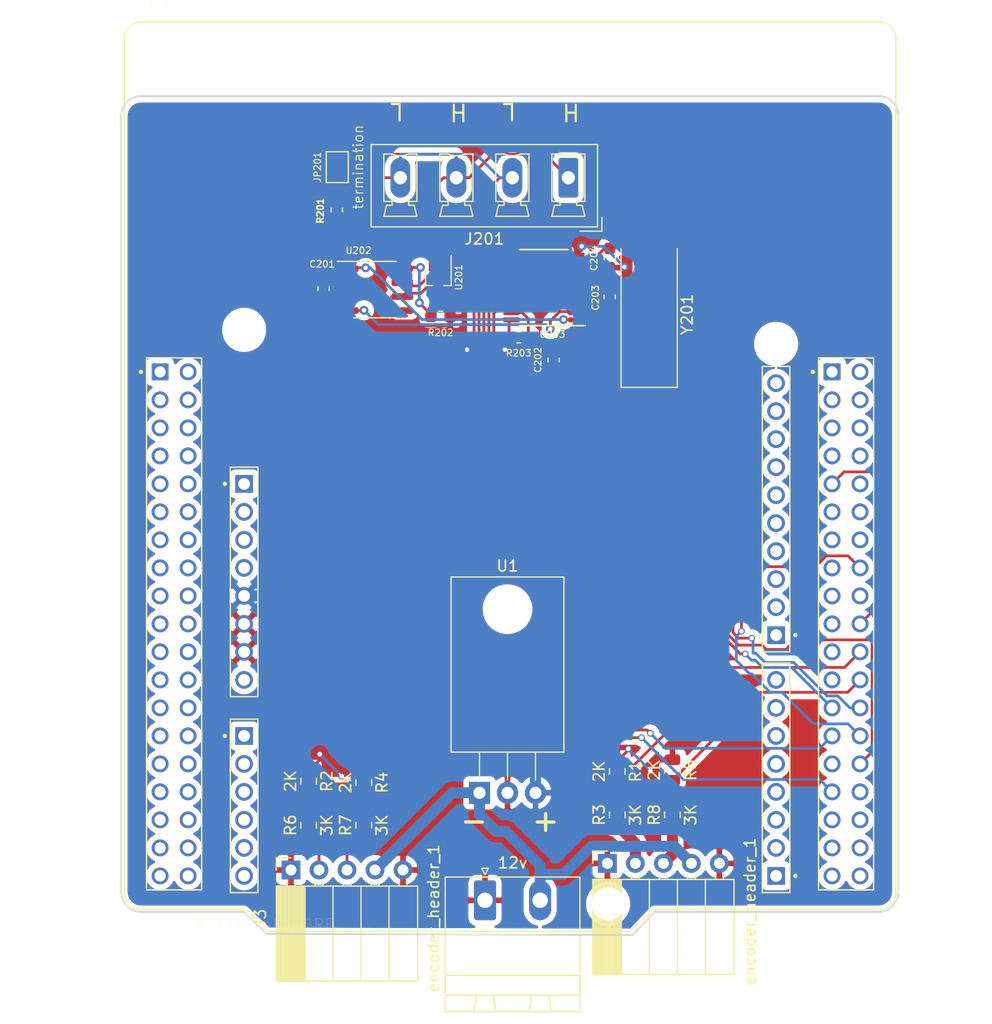
<source format=kicad_pcb>
(kicad_pcb (version 20171130) (host pcbnew 5.1.5+dfsg1-2build2)
  (title_block (date "lun. 30 mars 2015"))
  (layers (0 F.Cu signal) (31 B.Cu signal) (34 B.Paste user) (35 F.Paste user) (36 B.SilkS user) (37 F.SilkS user) (38 B.Mask user) (39 F.Mask user) (44 Edge.Cuts user))
  (net 0 "")
  (net 1 GND)
  (net 2 +12V)
  (net 3 "Net-(J2-Pad3)")
  (net 4 "Net-(J2-Pad2)")
  (net 5 "Net-(J3-Pad3)")
  (net 6 "Net-(J3-Pad2)")
  (net 7 /enc_1_B)
  (net 8 /enc_1_A)
  (net 9 /enc_2_B)
  (net 10 /enc_2_A)
  (net 11 "Net-(U2-PadCN10_1)")
  (net 12 "Net-(U2-PadCN10_37)")
  (net 13 "Net-(U2-PadCN10_2)")
  (net 14 "Net-(U2-PadCN10_3)")
  (net 15 "Net-(U2-PadCN10_4)")
  (net 16 "Net-(U2-PadCN10_5)")
  (net 17 "Net-(U2-PadCN10_6)")
  (net 18 "Net-(U2-PadCN10_7)")
  (net 19 "Net-(U2-PadCN10_8)")
  (net 20 "Net-(U2-PadCN10_20)")
  (net 21 "Net-(U2-PadCN10_11)")
  (net 22 /uart_6_rx)
  (net 23 "Net-(U2-PadCN10_13)")
  (net 24 /uart_6_tx)
  (net 25 "Net-(U2-PadCN10_15)")
  (net 26 "Net-(U2-PadCN10_17)")
  (net 27 "Net-(U2-PadCN10_19)")
  (net 28 "Net-(U2-PadCN10_21)")
  (net 29 "Net-(U2-PadCN10_23)")
  (net 30 "Net-(U2-PadCN10_29)")
  (net 31 "Net-(U2-PadCN10_32)")
  (net 32 "Net-(U2-PadCN10_33)")
  (net 33 "Net-(U2-PadCN10_35)")
  (net 34 "Net-(U2-PadCN6_2)")
  (net 35 "Net-(U2-PadCN6_3)")
  (net 36 "Net-(U2-PadCN6_4)")
  (net 37 +5V)
  (net 38 /driver_enable)
  (net 39 "Net-(U2-PadCN6_8)")
  (net 40 "Net-(C203-Pad2)")
  (net 41 "Net-(C204-Pad2)")
  (net 42 /Sheet607FE928/can_l)
  (net 43 /Sheet607FE928/can_h)
  (net 44 "Net-(JP201-Pad1)")
  (net 45 "Net-(R202-Pad2)")
  (net 46 "Net-(R203-Pad1)")
  (net 47 "Net-(U202-Pad5)")
  (net 48 /Sheet607FE928/can_rx)
  (net 49 /Sheet607FE928/can_tx)
  (net 50 "Net-(U203-Pad15)")
  (net 51 "Net-(U203-Pad12)")
  (net 52 "Net-(U203-Pad11)")
  (net 53 "Net-(U203-Pad7)")
  (net 54 "Net-(U203-Pad6)")
  (net 55 "Net-(U203-Pad5)")
  (net 56 "Net-(U203-Pad4)")
  (net 57 "Net-(U203-Pad3)")
  (net 58 /CAN_CS)
  (net 59 /CAN_INTR)
  (net 60 /SPI2_MOSI)
  (net 61 /SPI2_MISO)
  (net 62 /SPI2_CLK)
  (module Crystal:Crystal_SMD_HC49-SD (layer F.Cu) (at 214.888 71.885 90)
    (fp_text reference Y201 (at -0.085 3.44 90) (layer F.SilkS))
    (fp_text value Crystal)
    (pad 2 smd rect (at 4.25 0 90) (size 4.5 2) (layers F.Cu F.Paste F.Mask) (net 41 "Net-(C204-Pad2)"))
    (pad 1 smd rect (at -4.25 0 90) (size 4.5 2) (layers F.Cu F.Paste F.Mask) (net 40 "Net-(C203-Pad2)"))
  )
  (module Package_SO:TSSOP-20_4.4x6.5mm_P0.65mm (layer F.Cu) (at 205.348 69.535 180)
    (fp_text reference U203 (at -0.76 -4.235) (layer F.SilkS) (effects (font (size 0.6 0.6) (thickness 0.1))))
    (fp_text value MCP2515-xST)
    (pad 20 smd rect (at 2.95 -2.925 180) (size 1.45 0.45) (layers F.Cu F.Paste F.Mask) (net 37 +5V))
    (pad 19 smd rect (at 2.95 -2.275 180) (size 1.45 0.45) (layers F.Cu F.Paste F.Mask) (net 46 "Net-(R203-Pad1)"))
    (pad 18 smd rect (at 2.95 -1.625 180) (size 1.45 0.45) (layers F.Cu F.Paste F.Mask) (net 58 /CAN_CS))
    (pad 17 smd rect (at 2.95 -0.975 180) (size 1.45 0.45) (layers F.Cu F.Paste F.Mask) (net 61 /SPI2_MISO))
    (pad 16 smd rect (at 2.95 -0.325 180) (size 1.45 0.45) (layers F.Cu F.Paste F.Mask) (net 60 /SPI2_MOSI))
    (pad 15 smd rect (at 2.95 0.325 180) (size 1.45 0.45) (layers F.Cu F.Paste F.Mask) (net 50 "Net-(U203-Pad15)"))
    (pad 14 smd rect (at 2.95 0.975 180) (size 1.45 0.45) (layers F.Cu F.Paste F.Mask) (net 62 /SPI2_CLK))
    (pad 13 smd rect (at 2.95 1.625 180) (size 1.45 0.45) (layers F.Cu F.Paste F.Mask) (net 59 /CAN_INTR))
    (pad 12 smd rect (at 2.95 2.275 180) (size 1.45 0.45) (layers F.Cu F.Paste F.Mask) (net 51 "Net-(U203-Pad12)"))
    (pad 11 smd rect (at 2.95 2.925 180) (size 1.45 0.45) (layers F.Cu F.Paste F.Mask) (net 52 "Net-(U203-Pad11)"))
    (pad 10 smd rect (at -2.95 2.925 180) (size 1.45 0.45) (layers F.Cu F.Paste F.Mask) (net 1 GND))
    (pad 9 smd rect (at -2.95 2.275 180) (size 1.45 0.45) (layers F.Cu F.Paste F.Mask) (net 41 "Net-(C204-Pad2)"))
    (pad 8 smd rect (at -2.95 1.625 180) (size 1.45 0.45) (layers F.Cu F.Paste F.Mask) (net 40 "Net-(C203-Pad2)"))
    (pad 7 smd rect (at -2.95 0.975 180) (size 1.45 0.45) (layers F.Cu F.Paste F.Mask) (net 53 "Net-(U203-Pad7)"))
    (pad 6 smd rect (at -2.95 0.325 180) (size 1.45 0.45) (layers F.Cu F.Paste F.Mask) (net 54 "Net-(U203-Pad6)"))
    (pad 5 smd rect (at -2.95 -0.325 180) (size 1.45 0.45) (layers F.Cu F.Paste F.Mask) (net 55 "Net-(U203-Pad5)"))
    (pad 4 smd rect (at -2.95 -0.975 180) (size 1.45 0.45) (layers F.Cu F.Paste F.Mask) (net 56 "Net-(U203-Pad4)"))
    (pad 3 smd rect (at -2.95 -1.625 180) (size 1.45 0.45) (layers F.Cu F.Paste F.Mask) (net 57 "Net-(U203-Pad3)"))
    (pad 2 smd rect (at -2.95 -2.275 180) (size 1.45 0.45) (layers F.Cu F.Paste F.Mask) (net 48 /Sheet607FE928/can_rx))
    (pad 1 smd rect (at -2.95 -2.925 180) (size 1.45 0.45) (layers F.Cu F.Paste F.Mask) (net 49 /Sheet607FE928/can_tx))
  )
  (module Package_SO:SOIC-8_3.9x4.9mm_P1.27mm (layer F.Cu) (at 190.018 69.715)
    (fp_text reference U202 (at -1.5 -3.55) (layer F.SilkS) (effects (font (size 0.6 0.6) (thickness 0.1))))
    (fp_text value MCP2551-I-SN)
    (pad 8 smd roundrect (at 2.475 -1.905) (size 1.95 0.6) (layers F.Cu F.Paste F.Mask) (net 45 "Net-(R202-Pad2)"))
    (pad 7 smd roundrect (at 2.475 -0.635) (size 1.95 0.6) (layers F.Cu F.Paste F.Mask) (net 43 /Sheet607FE928/can_h))
    (pad 6 smd roundrect (at 2.475 0.635) (size 1.95 0.6) (layers F.Cu F.Paste F.Mask) (net 42 /Sheet607FE928/can_l))
    (pad 5 smd roundrect (at 2.475 1.905) (size 1.95 0.6) (layers F.Cu F.Paste F.Mask) (net 47 "Net-(U202-Pad5)"))
    (pad 4 smd roundrect (at -2.475 1.905) (size 1.95 0.6) (layers F.Cu F.Paste F.Mask) (net 48 /Sheet607FE928/can_rx))
    (pad 3 smd roundrect (at -2.475 0.635) (size 1.95 0.6) (layers F.Cu F.Paste F.Mask) (net 37 +5V))
    (pad 2 smd roundrect (at -2.475 -0.635) (size 1.95 0.6) (layers F.Cu F.Paste F.Mask) (net 1 GND))
    (pad 1 smd roundrect (at -2.475 -1.905) (size 1.95 0.6) (layers F.Cu F.Paste F.Mask) (net 49 /Sheet607FE928/can_tx))
  )
  (module Package_TO_SOT_SMD:SOT-323_SC-70_Handsoldering (layer F.Cu) (at 195.768 68.615 270)
    (fp_text reference U201 (at 0 -1.85 90) (layer F.SilkS) (effects (font (size 0.6 0.6) (thickness 0.1))))
    (fp_text value PESD5V0L2UU_esd_diode)
    (pad 3 smd rect (at 1.33 0 180) (size 0.45 1.5) (layers F.Cu F.Paste F.Mask) (net 1 GND))
    (pad 2 smd rect (at -1.33 0.65 180) (size 0.45 1.5) (layers F.Cu F.Paste F.Mask) (net 43 /Sheet607FE928/can_h))
    (pad 1 smd rect (at -1.33 -0.65 180) (size 0.45 1.5) (layers F.Cu F.Paste F.Mask) (net 42 /Sheet607FE928/can_l))
  )
  (module Resistor_SMD:R_0603_1608Metric_Pad1.05x0.95mm_HandSolder (layer F.Cu) (at 203.053 74.04 180)
    (fp_text reference R203 (at 0 -1.43) (layer F.SilkS) (effects (font (size 0.6 0.6) (thickness 0.1))))
    (fp_text value 10K)
    (pad 2 smd roundrect (at 0.875 0 180) (size 1.05 0.95) (layers F.Cu F.Paste F.Mask) (net 37 +5V))
    (pad 1 smd roundrect (at -0.875 0 180) (size 1.05 0.95) (layers F.Cu F.Paste F.Mask) (net 46 "Net-(R203-Pad1)"))
  )
  (module Resistor_SMD:R_0603_1608Metric_Pad1.05x0.95mm_HandSolder (layer F.Cu) (at 195.968 72.19 180)
    (fp_text reference R202 (at 0 -1.43) (layer F.SilkS) (effects (font (size 0.6 0.6) (thickness 0.1))))
    (fp_text value 47K)
    (pad 2 smd roundrect (at 0.875 0 180) (size 1.05 0.95) (layers F.Cu F.Paste F.Mask) (net 45 "Net-(R202-Pad2)"))
    (pad 1 smd roundrect (at -0.875 0 180) (size 1.05 0.95) (layers F.Cu F.Paste F.Mask) (net 1 GND))
  )
  (module Resistor_SMD:R_0603_1608Metric_Pad1.05x0.95mm_HandSolder (layer F.Cu) (at 186.553 62.495 270)
    (fp_text reference R201 (at 0.075 1.5 90) (layer F.SilkS) (effects (font (size 0.6 0.6))))
    (fp_text value 120R)
    (pad 2 smd roundrect (at 0.875 0 270) (size 1.05 0.95) (layers F.Cu F.Paste F.Mask) (net 42 /Sheet607FE928/can_l))
    (pad 1 smd roundrect (at -0.875 0 270) (size 1.05 0.95) (layers F.Cu F.Paste F.Mask) (net 44 "Net-(JP201-Pad1)"))
  )
  (module Jumper:SolderJumper-2_P1.3mm_Open_TrianglePad1.0x1.5mm (layer F.Cu) (at 186.593 58.605 90)
    (fp_text reference JP201 (at 0 -1.8 90) (layer F.SilkS) (effects (font (size 0.6 0.6) (thickness 0.1))))
    (fp_text value termination (at 0 1.9 90) (layer F.SilkS) (effects (font (size 0.9 0.9) (thickness 0.1))))
    (pad 1 smd custom (at -0.725 0 90) (size 0.3 0.3) (layers F.Cu F.Mask) (net 44 "Net-(JP201-Pad1)") (options (clearance outline) (anchor rect)) (primitives (gr_poly (pts (xy -0.5 -0.75) (xy 0.5 -0.75) (xy 1 0) (xy 0.5 0.75) (xy -0.5 0.75)) (width 0))))
    (pad 2 smd custom (at 0.725 0 90) (size 0.3 0.3) (layers F.Cu F.Mask) (net 43 /Sheet607FE928/can_h) (options (clearance outline) (anchor rect)) (primitives (gr_poly (pts (xy -0.65 -0.75) (xy 0.5 -0.75) (xy 0.5 0.75) (xy -0.65 0.75) (xy -0.15 0)) (width 0))))
  )
  (module Connector_Phoenix_MC_HighVoltage:PhoenixContact_MCV_1,5_4-G-5.08_1x04_P5.08mm_Vertical (layer F.Cu) (at 207.558 59.565 180)
    (fp_text reference J201 (at 7.62 -5.55) (layer F.SilkS))
    (fp_text value can)
    (pad 4 thru_hole oval (at 15.24 0 180) (size 1.8 3.6) (drill 1.2) (layers *.Cu *.Mask) (net 42 /Sheet607FE928/can_l))
    (pad 3 thru_hole oval (at 10.16 0 180) (size 1.8 3.6) (drill 1.2) (layers *.Cu *.Mask) (net 43 /Sheet607FE928/can_h))
    (pad 2 thru_hole oval (at 5.08 0 180) (size 1.8 3.6) (drill 1.2) (layers *.Cu *.Mask) (net 42 /Sheet607FE928/can_l))
    (pad 1 thru_hole roundrect (at 0 0 180) (size 1.8 3.6) (drill 1.2) (layers *.Cu *.Mask) (roundrect_rratio 0.138889) (net 43 /Sheet607FE928/can_h))
  )
  (module Capacitor_SMD:C_0603_1608Metric_Pad1.05x0.95mm_HandSolder (layer F.Cu) (at 211.308 66.855 90)
    (fp_text reference C204 (at 0 -1.43 90) (layer F.SilkS) (effects (font (size 0.6 0.6) (thickness 0.1))))
    (fp_text value 2pf)
    (pad 2 smd roundrect (at 0.875 0 90) (size 1.05 0.95) (layers F.Cu F.Paste F.Mask) (net 41 "Net-(C204-Pad2)"))
    (pad 1 smd roundrect (at -0.875 0 90) (size 1.05 0.95) (layers F.Cu F.Paste F.Mask) (net 1 GND))
  )
  (module Capacitor_SMD:C_0603_1608Metric_Pad1.05x0.95mm_HandSolder (layer F.Cu) (at 211.308 70.375 270)
    (fp_text reference C203 (at 0.085 1.29 90) (layer F.SilkS) (effects (font (size 0.6 0.6) (thickness 0.1))))
    (fp_text value 2pf)
    (pad 2 smd roundrect (at 0.875 0 270) (size 1.05 0.95) (layers F.Cu F.Paste F.Mask) (net 40 "Net-(C203-Pad2)"))
    (pad 1 smd roundrect (at -0.875 0 270) (size 1.05 0.95) (layers F.Cu F.Paste F.Mask) (net 1 GND))
  )
  (module Capacitor_SMD:C_0603_1608Metric_Pad1.05x0.95mm_HandSolder (layer F.Cu) (at 206.228 76.105 90)
    (fp_text reference C202 (at 0 -1.43 90) (layer F.SilkS) (effects (font (size 0.6 0.6) (thickness 0.1))))
    (fp_text value 100nf)
    (pad 2 smd roundrect (at 0.875 0 90) (size 1.05 0.95) (layers F.Cu F.Paste F.Mask) (net 1 GND))
    (pad 1 smd roundrect (at -0.875 0 90) (size 1.05 0.95) (layers F.Cu F.Paste F.Mask) (net 37 +5V))
  )
  (module Capacitor_SMD:C_0603_1608Metric_Pad1.05x0.95mm_HandSolder (layer F.Cu) (at 185.353 69.62 90)
    (fp_text reference C201 (at 2.215 -0.14 180) (layer F.SilkS) (effects (font (size 0.6 0.6) (thickness 0.1))))
    (fp_text value 100nf)
    (pad 2 smd roundrect (at 0.875 0 90) (size 1.05 0.95) (layers F.Cu F.Paste F.Mask) (net 1 GND))
    (pad 1 smd roundrect (at -0.875 0 90) (size 1.05 0.95) (layers F.Cu F.Paste F.Mask) (net 37 +5V))
  )
  (module Resistor_SMD:R_0805_2012Metric (layer F.Cu) (at 216.998 117.365 90)
    (fp_text reference R8 (at 0 -1.65 90) (layer F.SilkS))
    (fp_text value 3K (at 0 1.65 90) (layer F.SilkS))
    (pad 2 smd roundrect (at 0.9375 0 90) (size 0.975 1.4) (layers F.Cu F.Paste F.Mask) (net 8 /enc_1_A))
    (pad 1 smd roundrect (at -0.9375 0 90) (size 0.975 1.4) (layers F.Cu F.Paste F.Mask) (net 3 "Net-(J2-Pad3)"))
  )
  (module Resistor_SMD:R_0805_2012Metric (layer F.Cu) (at 188.998 118.3025 90)
    (fp_text reference R7 (at 0 -1.65 90) (layer F.SilkS))
    (fp_text value 3K (at 0 1.65 90) (layer F.SilkS))
    (pad 2 smd roundrect (at 0.9375 0 90) (size 0.975 1.4) (layers F.Cu F.Paste F.Mask) (net 10 /enc_2_A))
    (pad 1 smd roundrect (at -0.9375 0 90) (size 0.975 1.4) (layers F.Cu F.Paste F.Mask) (net 5 "Net-(J3-Pad3)"))
  )
  (module Resistor_SMD:R_0805_2012Metric (layer F.Cu) (at 183.998 118.3025 90)
    (fp_text reference R6 (at 0 -1.65 90) (layer F.SilkS))
    (fp_text value 3K (at 0 1.65 90) (layer F.SilkS))
    (pad 2 smd roundrect (at 0.9375 0 90) (size 0.975 1.4) (layers F.Cu F.Paste F.Mask) (net 9 /enc_2_B))
    (pad 1 smd roundrect (at -0.9375 0 90) (size 0.975 1.4) (layers F.Cu F.Paste F.Mask) (net 6 "Net-(J3-Pad2)"))
  )
  (module Resistor_SMD:R_0805_2012Metric (layer F.Cu) (at 216.998 113.3025 270)
    (fp_text reference R5 (at 0 -1.65 90) (layer F.SilkS))
    (fp_text value 2K (at 0 1.65 90) (layer F.SilkS))
    (pad 2 smd roundrect (at 0.9375 0 270) (size 0.975 1.4) (layers F.Cu F.Paste F.Mask) (net 8 /enc_1_A))
    (pad 1 smd roundrect (at -0.9375 0 270) (size 0.975 1.4) (layers F.Cu F.Paste F.Mask) (net 1 GND))
  )
  (module Resistor_SMD:R_0805_2012Metric (layer F.Cu) (at 188.998 114.4275 270)
    (fp_text reference R4 (at 0 -1.65 90) (layer F.SilkS))
    (fp_text value 2K (at 0 1.65 90) (layer F.SilkS))
    (pad 2 smd roundrect (at 0.9375 0 270) (size 0.975 1.4) (layers F.Cu F.Paste F.Mask) (net 10 /enc_2_A))
    (pad 1 smd roundrect (at -0.9375 0 270) (size 0.975 1.4) (layers F.Cu F.Paste F.Mask) (net 1 GND))
  )
  (module Resistor_SMD:R_0805_2012Metric (layer F.Cu) (at 211.998 117.365 90)
    (fp_text reference R3 (at 0 -1.65 90) (layer F.SilkS))
    (fp_text value 3K (at 0 1.65 90) (layer F.SilkS))
    (pad 2 smd roundrect (at 0.9375 0 90) (size 0.975 1.4) (layers F.Cu F.Paste F.Mask) (net 7 /enc_1_B))
    (pad 1 smd roundrect (at -0.9375 0 90) (size 0.975 1.4) (layers F.Cu F.Paste F.Mask) (net 4 "Net-(J2-Pad2)"))
  )
  (module Resistor_SMD:R_0805_2012Metric (layer F.Cu) (at 183.998 114.3025 270)
    (fp_text reference R2 (at 0 -1.65 90) (layer F.SilkS))
    (fp_text value 2K (at 0 1.65 90) (layer F.SilkS))
    (pad 2 smd roundrect (at 0.9375 0 270) (size 0.975 1.4) (layers F.Cu F.Paste F.Mask) (net 9 /enc_2_B))
    (pad 1 smd roundrect (at -0.9375 0 270) (size 0.975 1.4) (layers F.Cu F.Paste F.Mask) (net 1 GND))
  )
  (module Resistor_SMD:R_0805_2012Metric (layer F.Cu) (at 211.998 113.4275 270)
    (fp_text reference R1 (at 0 -1.65 90) (layer F.SilkS))
    (fp_text value 2K (at 0 1.65 90) (layer F.SilkS))
    (pad 2 smd roundrect (at 0.9375 0 270) (size 0.975 1.4) (layers F.Cu F.Paste F.Mask) (net 7 /enc_1_B))
    (pad 1 smd roundrect (at -0.9375 0 270) (size 0.975 1.4) (layers F.Cu F.Paste F.Mask) (net 1 GND))
  )
  (module Package_TO_SOT_THT:TO-220-3_Horizontal_TabDown (layer F.Cu) (at 199.498 115.365)
    (fp_text reference U1 (at 2.54 -20.58) (layer F.SilkS))
    (fp_text value LM7805_TO220 hide)
    (pad 3 thru_hole oval (at 5.08 0) (size 1.905 2) (drill 1.1) (layers *.Cu *.Mask) (net 37 +5V))
    (pad 2 thru_hole oval (at 2.54 0) (size 1.905 2) (drill 1.1) (layers *.Cu *.Mask) (net 1 GND))
    (pad 1 thru_hole rect (at 0 0) (size 1.905 2) (drill 1.1) (layers *.Cu *.Mask) (net 2 +12V))
    (pad "" np_thru_hole oval (at 2.54 -16.66) (size 3.5 3.5) (drill 3.5) (layers *.Cu *.Mask))
  )
  (module stroom_shield:MODULE_NUCLEO-F446RE (layer F.Cu) (at 202.273001 86.690001)
    (fp_text reference U2 (at -31.825 -42.635) (layer F.SilkS) (effects (font (thickness 0.015))))
    (fp_text value NUCLEO-F446RE (at -22.3 40.635 unlocked) (layer F.SilkS) (effects (font (thickness 0.015))))
    (pad CN7_1 thru_hole rect (at -31.75 -9.51) (size 1.53 1.53) (drill 1.02) (layers *.Cu *.Mask))
    (pad CN7_37 thru_hole circle (at -31.75 36.21) (size 1.53 1.53) (drill 1.02) (layers *.Cu *.Mask))
    (pad CN7_2 thru_hole circle (at -29.21 -9.51) (size 1.53 1.53) (drill 1.02) (layers *.Cu *.Mask))
    (pad CN7_3 thru_hole circle (at -31.75 -6.97) (size 1.53 1.53) (drill 1.02) (layers *.Cu *.Mask))
    (pad CN7_4 thru_hole circle (at -29.21 -6.97) (size 1.53 1.53) (drill 1.02) (layers *.Cu *.Mask))
    (pad CN7_5 thru_hole circle (at -31.75 -4.43) (size 1.53 1.53) (drill 1.02) (layers *.Cu *.Mask))
    (pad CN7_6 thru_hole circle (at -29.21 -4.43) (size 1.53 1.53) (drill 1.02) (layers *.Cu *.Mask))
    (pad CN7_7 thru_hole circle (at -31.75 -1.89) (size 1.53 1.53) (drill 1.02) (layers *.Cu *.Mask))
    (pad CN7_8 thru_hole circle (at -29.21 -1.89) (size 1.53 1.53) (drill 1.02) (layers *.Cu *.Mask))
    (pad CN7_9 thru_hole circle (at -31.75 0.65) (size 1.53 1.53) (drill 1.02) (layers *.Cu *.Mask))
    (pad CN7_10 thru_hole circle (at -29.21 0.65) (size 1.53 1.53) (drill 1.02) (layers *.Cu *.Mask))
    (pad CN7_11 thru_hole circle (at -31.75 3.19) (size 1.53 1.53) (drill 1.02) (layers *.Cu *.Mask))
    (pad CN7_12 thru_hole circle (at -29.21 3.19) (size 1.53 1.53) (drill 1.02) (layers *.Cu *.Mask))
    (pad CN7_13 thru_hole circle (at -31.75 5.73) (size 1.53 1.53) (drill 1.02) (layers *.Cu *.Mask))
    (pad CN7_14 thru_hole circle (at -29.21 5.73) (size 1.53 1.53) (drill 1.02) (layers *.Cu *.Mask))
    (pad CN7_15 thru_hole circle (at -31.75 8.27) (size 1.53 1.53) (drill 1.02) (layers *.Cu *.Mask))
    (pad CN7_16 thru_hole circle (at -29.21 8.27) (size 1.53 1.53) (drill 1.02) (layers *.Cu *.Mask))
    (pad CN7_17 thru_hole circle (at -31.75 10.81) (size 1.53 1.53) (drill 1.02) (layers *.Cu *.Mask))
    (pad CN7_18 thru_hole circle (at -29.21 10.81) (size 1.53 1.53) (drill 1.02) (layers *.Cu *.Mask))
    (pad CN7_19 thru_hole circle (at -31.75 13.35) (size 1.53 1.53) (drill 1.02) (layers *.Cu *.Mask))
    (pad CN7_20 thru_hole circle (at -29.21 13.35) (size 1.53 1.53) (drill 1.02) (layers *.Cu *.Mask))
    (pad CN7_21 thru_hole circle (at -31.75 15.89) (size 1.53 1.53) (drill 1.02) (layers *.Cu *.Mask))
    (pad CN7_22 thru_hole circle (at -29.21 15.89) (size 1.53 1.53) (drill 1.02) (layers *.Cu *.Mask))
    (pad CN7_23 thru_hole circle (at -31.75 18.43) (size 1.53 1.53) (drill 1.02) (layers *.Cu *.Mask))
    (pad CN7_24 thru_hole circle (at -29.21 18.43) (size 1.53 1.53) (drill 1.02) (layers *.Cu *.Mask))
    (pad CN7_25 thru_hole circle (at -31.75 20.97) (size 1.53 1.53) (drill 1.02) (layers *.Cu *.Mask))
    (pad CN7_26 thru_hole circle (at -29.21 20.97) (size 1.53 1.53) (drill 1.02) (layers *.Cu *.Mask))
    (pad CN7_27 thru_hole circle (at -31.75 23.51) (size 1.53 1.53) (drill 1.02) (layers *.Cu *.Mask))
    (pad CN7_28 thru_hole circle (at -29.21 23.51) (size 1.53 1.53) (drill 1.02) (layers *.Cu *.Mask))
    (pad CN7_29 thru_hole circle (at -31.75 26.05) (size 1.53 1.53) (drill 1.02) (layers *.Cu *.Mask))
    (pad CN7_30 thru_hole circle (at -29.21 26.05) (size 1.53 1.53) (drill 1.02) (layers *.Cu *.Mask))
    (pad CN7_31 thru_hole circle (at -31.75 28.59) (size 1.53 1.53) (drill 1.02) (layers *.Cu *.Mask))
    (pad CN7_32 thru_hole circle (at -29.21 28.59) (size 1.53 1.53) (drill 1.02) (layers *.Cu *.Mask))
    (pad CN7_33 thru_hole circle (at -31.75 31.13) (size 1.53 1.53) (drill 1.02) (layers *.Cu *.Mask))
    (pad CN7_34 thru_hole circle (at -29.21 31.13) (size 1.53 1.53) (drill 1.02) (layers *.Cu *.Mask))
    (pad CN7_35 thru_hole circle (at -31.75 33.67) (size 1.53 1.53) (drill 1.02) (layers *.Cu *.Mask))
    (pad CN7_36 thru_hole circle (at -29.21 33.67) (size 1.53 1.53) (drill 1.02) (layers *.Cu *.Mask))
    (pad CN7_38 thru_hole circle (at -29.21 36.21) (size 1.53 1.53) (drill 1.02) (layers *.Cu *.Mask))
    (pad CN10_1 thru_hole rect (at 29.21 -9.51) (size 1.53 1.53) (drill 1.02) (layers *.Cu *.Mask) (net 11 "Net-(U2-PadCN10_1)"))
    (pad CN10_37 thru_hole circle (at 29.21 36.21) (size 1.53 1.53) (drill 1.02) (layers *.Cu *.Mask) (net 12 "Net-(U2-PadCN10_37)"))
    (pad CN10_2 thru_hole circle (at 31.75 -9.51) (size 1.53 1.53) (drill 1.02) (layers *.Cu *.Mask) (net 13 "Net-(U2-PadCN10_2)"))
    (pad CN10_3 thru_hole circle (at 29.21 -6.97) (size 1.53 1.53) (drill 1.02) (layers *.Cu *.Mask) (net 14 "Net-(U2-PadCN10_3)"))
    (pad CN10_4 thru_hole circle (at 31.75 -6.97) (size 1.53 1.53) (drill 1.02) (layers *.Cu *.Mask) (net 15 "Net-(U2-PadCN10_4)"))
    (pad CN10_5 thru_hole circle (at 29.21 -4.43) (size 1.53 1.53) (drill 1.02) (layers *.Cu *.Mask) (net 16 "Net-(U2-PadCN10_5)"))
    (pad CN10_6 thru_hole circle (at 31.75 -4.43) (size 1.53 1.53) (drill 1.02) (layers *.Cu *.Mask) (net 17 "Net-(U2-PadCN10_6)"))
    (pad CN10_7 thru_hole circle (at 29.21 -1.89) (size 1.53 1.53) (drill 1.02) (layers *.Cu *.Mask) (net 18 "Net-(U2-PadCN10_7)"))
    (pad CN10_8 thru_hole circle (at 31.75 -1.89) (size 1.53 1.53) (drill 1.02) (layers *.Cu *.Mask) (net 19 "Net-(U2-PadCN10_8)"))
    (pad CN10_9 thru_hole circle (at 29.21 0.65) (size 1.53 1.53) (drill 1.02) (layers *.Cu *.Mask) (net 20 "Net-(U2-PadCN10_20)"))
    (pad CN10_10 thru_hole circle (at 31.75 0.65) (size 1.53 1.53) (drill 1.02) (layers *.Cu *.Mask))
    (pad CN10_11 thru_hole circle (at 29.21 3.19) (size 1.53 1.53) (drill 1.02) (layers *.Cu *.Mask) (net 21 "Net-(U2-PadCN10_11)"))
    (pad CN10_12 thru_hole circle (at 31.75 3.19) (size 1.53 1.53) (drill 1.02) (layers *.Cu *.Mask) (net 22 /uart_6_rx))
    (pad CN10_13 thru_hole circle (at 29.21 5.73) (size 1.53 1.53) (drill 1.02) (layers *.Cu *.Mask) (net 23 "Net-(U2-PadCN10_13)"))
    (pad CN10_14 thru_hole circle (at 31.75 5.73) (size 1.53 1.53) (drill 1.02) (layers *.Cu *.Mask) (net 24 /uart_6_tx))
    (pad CN10_15 thru_hole circle (at 29.21 8.27) (size 1.53 1.53) (drill 1.02) (layers *.Cu *.Mask) (net 25 "Net-(U2-PadCN10_15)"))
    (pad CN10_16 thru_hole circle (at 31.75 8.27) (size 1.53 1.53) (drill 1.02) (layers *.Cu *.Mask) (net 58 /CAN_CS))
    (pad CN10_17 thru_hole circle (at 29.21 10.81) (size 1.53 1.53) (drill 1.02) (layers *.Cu *.Mask) (net 26 "Net-(U2-PadCN10_17)"))
    (pad CN10_18 thru_hole circle (at 31.75 10.81) (size 1.53 1.53) (drill 1.02) (layers *.Cu *.Mask))
    (pad CN10_19 thru_hole circle (at 29.21 13.35) (size 1.53 1.53) (drill 1.02) (layers *.Cu *.Mask) (net 27 "Net-(U2-PadCN10_19)"))
    (pad CN10_20 thru_hole circle (at 31.75 13.35) (size 1.53 1.53) (drill 1.02) (layers *.Cu *.Mask) (net 20 "Net-(U2-PadCN10_20)"))
    (pad CN10_21 thru_hole circle (at 29.21 15.89) (size 1.53 1.53) (drill 1.02) (layers *.Cu *.Mask) (net 28 "Net-(U2-PadCN10_21)"))
    (pad CN10_22 thru_hole circle (at 31.75 15.89) (size 1.53 1.53) (drill 1.02) (layers *.Cu *.Mask) (net 7 /enc_1_B))
    (pad CN10_23 thru_hole circle (at 29.21 18.43) (size 1.53 1.53) (drill 1.02) (layers *.Cu *.Mask) (net 29 "Net-(U2-PadCN10_23)"))
    (pad CN10_24 thru_hole circle (at 31.75 18.43) (size 1.53 1.53) (drill 1.02) (layers *.Cu *.Mask) (net 8 /enc_1_A))
    (pad CN10_25 thru_hole circle (at 29.21 20.97) (size 1.53 1.53) (drill 1.02) (layers *.Cu *.Mask) (net 59 /CAN_INTR))
    (pad CN10_26 thru_hole circle (at 31.75 20.97) (size 1.53 1.53) (drill 1.02) (layers *.Cu *.Mask) (net 60 /SPI2_MOSI))
    (pad CN10_27 thru_hole circle (at 29.21 23.51) (size 1.53 1.53) (drill 1.02) (layers *.Cu *.Mask) (net 9 /enc_2_B))
    (pad CN10_28 thru_hole circle (at 31.75 23.51) (size 1.53 1.53) (drill 1.02) (layers *.Cu *.Mask) (net 61 /SPI2_MISO))
    (pad CN10_29 thru_hole circle (at 29.21 26.05) (size 1.53 1.53) (drill 1.02) (layers *.Cu *.Mask) (net 30 "Net-(U2-PadCN10_29)"))
    (pad CN10_30 thru_hole circle (at 31.75 26.05) (size 1.53 1.53) (drill 1.02) (layers *.Cu *.Mask) (net 62 /SPI2_CLK))
    (pad CN10_31 thru_hole circle (at 29.21 28.59) (size 1.53 1.53) (drill 1.02) (layers *.Cu *.Mask) (net 10 /enc_2_A))
    (pad CN10_32 thru_hole circle (at 31.75 28.59) (size 1.53 1.53) (drill 1.02) (layers *.Cu *.Mask) (net 31 "Net-(U2-PadCN10_32)"))
    (pad CN10_33 thru_hole circle (at 29.21 31.13) (size 1.53 1.53) (drill 1.02) (layers *.Cu *.Mask) (net 32 "Net-(U2-PadCN10_33)"))
    (pad CN10_34 thru_hole circle (at 31.75 31.13) (size 1.53 1.53) (drill 1.02) (layers *.Cu *.Mask) (net 38 /driver_enable))
    (pad CN10_35 thru_hole circle (at 29.21 33.67) (size 1.53 1.53) (drill 1.02) (layers *.Cu *.Mask) (net 33 "Net-(U2-PadCN10_35)"))
    (pad CN10_36 thru_hole circle (at 31.75 33.67) (size 1.53 1.53) (drill 1.02) (layers *.Cu *.Mask))
    (pad CN10_38 thru_hole circle (at 31.75 36.21) (size 1.53 1.53) (drill 1.02) (layers *.Cu *.Mask))
    (pad CN6_1 thru_hole rect (at -24.13 0.65) (size 1.605 1.605) (drill 1.07) (layers *.Cu *.Mask))
    (pad CN6_2 thru_hole circle (at -24.13 3.19) (size 1.605 1.605) (drill 1.07) (layers *.Cu *.Mask) (net 34 "Net-(U2-PadCN6_2)"))
    (pad CN6_3 thru_hole circle (at -24.13 5.73) (size 1.605 1.605) (drill 1.07) (layers *.Cu *.Mask) (net 35 "Net-(U2-PadCN6_3)"))
    (pad CN6_4 thru_hole circle (at -24.13 8.27) (size 1.605 1.605) (drill 1.07) (layers *.Cu *.Mask) (net 36 "Net-(U2-PadCN6_4)"))
    (pad CN6_5 thru_hole circle (at -24.13 10.81) (size 1.605 1.605) (drill 1.07) (layers *.Cu *.Mask) (net 37 +5V))
    (pad CN6_6 thru_hole circle (at -24.13 13.35) (size 1.605 1.605) (drill 1.07) (layers *.Cu *.Mask) (net 1 GND))
    (pad CN6_7 thru_hole circle (at -24.13 15.89) (size 1.605 1.605) (drill 1.07) (layers *.Cu *.Mask) (net 1 GND))
    (pad CN6_8 thru_hole circle (at -24.13 18.43) (size 1.605 1.605) (drill 1.07) (layers *.Cu *.Mask) (net 39 "Net-(U2-PadCN6_8)"))
    (pad CN9_1 thru_hole rect (at 24.13 36.21) (size 1.605 1.605) (drill 1.07) (layers *.Cu *.Mask))
    (pad CN9_2 thru_hole circle (at 24.13 33.67) (size 1.605 1.605) (drill 1.07) (layers *.Cu *.Mask))
    (pad CN9_3 thru_hole circle (at 24.13 31.13) (size 1.605 1.605) (drill 1.07) (layers *.Cu *.Mask))
    (pad CN9_4 thru_hole circle (at 24.13 28.59) (size 1.605 1.605) (drill 1.07) (layers *.Cu *.Mask))
    (pad CN9_5 thru_hole circle (at 24.13 26.05) (size 1.605 1.605) (drill 1.07) (layers *.Cu *.Mask))
    (pad CN9_6 thru_hole circle (at 24.13 23.51) (size 1.605 1.605) (drill 1.07) (layers *.Cu *.Mask))
    (pad CN9_7 thru_hole circle (at 24.13 20.97) (size 1.605 1.605) (drill 1.07) (layers *.Cu *.Mask))
    (pad CN9_8 thru_hole circle (at 24.13 18.43) (size 1.605 1.605) (drill 1.07) (layers *.Cu *.Mask))
    (pad CN8_1 thru_hole rect (at -24.13 23.51) (size 1.605 1.605) (drill 1.07) (layers *.Cu *.Mask))
    (pad CN8_2 thru_hole circle (at -24.13 26.05) (size 1.605 1.605) (drill 1.07) (layers *.Cu *.Mask))
    (pad CN8_3 thru_hole circle (at -24.13 28.59) (size 1.605 1.605) (drill 1.07) (layers *.Cu *.Mask))
    (pad CN8_4 thru_hole circle (at -24.13 31.13) (size 1.605 1.605) (drill 1.07) (layers *.Cu *.Mask))
    (pad CN8_5 thru_hole circle (at -24.13 33.67) (size 1.605 1.605) (drill 1.07) (layers *.Cu *.Mask))
    (pad CN8_6 thru_hole circle (at -24.13 36.21) (size 1.605 1.605) (drill 1.07) (layers *.Cu *.Mask))
    (pad CN5_1 thru_hole rect (at 24.13 14.37) (size 1.605 1.605) (drill 1.07) (layers *.Cu *.Mask))
    (pad CN5_2 thru_hole circle (at 24.13 11.83) (size 1.605 1.605) (drill 1.07) (layers *.Cu *.Mask))
    (pad CN5_3 thru_hole circle (at 24.13 9.29) (size 1.605 1.605) (drill 1.07) (layers *.Cu *.Mask))
    (pad CN5_4 thru_hole circle (at 24.13 6.75) (size 1.605 1.605) (drill 1.07) (layers *.Cu *.Mask))
    (pad CN5_5 thru_hole circle (at 24.13 4.21) (size 1.605 1.605) (drill 1.07) (layers *.Cu *.Mask))
    (pad CN5_6 thru_hole circle (at 24.13 1.67) (size 1.605 1.605) (drill 1.07) (layers *.Cu *.Mask))
    (pad CN5_7 thru_hole circle (at 24.13 -0.87) (size 1.605 1.605) (drill 1.07) (layers *.Cu *.Mask))
    (pad CN5_8 thru_hole circle (at 24.13 -3.41) (size 1.605 1.605) (drill 1.07) (layers *.Cu *.Mask))
    (pad CN5_9 thru_hole circle (at 24.13 -5.95) (size 1.605 1.605) (drill 1.07) (layers *.Cu *.Mask))
    (pad CN5_10 thru_hole circle (at 24.13 -8.49) (size 1.605 1.605) (drill 1.07) (layers *.Cu *.Mask))
    (pad None np_thru_hole circle (at 8.89 38.75) (size 3 3) (drill 3) (layers *.Cu *.Mask))
    (pad None np_thru_hole circle (at 24.13 -12.05) (size 3 3) (drill 3) (layers *.Cu *.Mask))
    (pad None np_thru_hole circle (at -24.13 -13.32) (size 3 3) (drill 3) (layers *.Cu *.Mask))
  )
  (module Connector_PinSocket_2.54mm:PinSocket_1x05_P2.54mm_Horizontal (layer F.Cu) (at 182.398 122.365 90)
    (fp_text reference J3 (at -4.38 -2.77 90) (layer F.SilkS))
    (fp_text value encoder_header_1 (at -4.38 12.93 90 unlocked) (layer F.SilkS))
    (pad 5 thru_hole oval (at 0 10.16 90) (size 1.7 1.7) (drill 1) (layers *.Cu *.Mask) (net 1 GND))
    (pad 4 thru_hole oval (at 0 7.62 90) (size 1.7 1.7) (drill 1) (layers *.Cu *.Mask) (net 2 +12V))
    (pad 3 thru_hole oval (at 0 5.08 90) (size 1.7 1.7) (drill 1) (layers *.Cu *.Mask) (net 5 "Net-(J3-Pad3)"))
    (pad 2 thru_hole oval (at 0 2.54 90) (size 1.7 1.7) (drill 1) (layers *.Cu *.Mask) (net 6 "Net-(J3-Pad2)"))
    (pad 1 thru_hole rect (at 0 0 90) (size 1.7 1.7) (drill 1) (layers *.Cu *.Mask) (net 1 GND))
  )
  (module Connector_PinSocket_2.54mm:PinSocket_1x05_P2.54mm_Horizontal (layer F.Cu) (at 211.098 121.765 90)
    (fp_text reference J2 hide)
    (fp_text value encoder_header_1 (at -4.38 12.93 90 unlocked) (layer F.SilkS))
    (pad 5 thru_hole oval (at 0 10.16 90) (size 1.7 1.7) (drill 1) (layers *.Cu *.Mask) (net 1 GND))
    (pad 4 thru_hole oval (at 0 7.62 90) (size 1.7 1.7) (drill 1) (layers *.Cu *.Mask) (net 2 +12V))
    (pad 3 thru_hole oval (at 0 5.08 90) (size 1.7 1.7) (drill 1) (layers *.Cu *.Mask) (net 3 "Net-(J2-Pad3)"))
    (pad 2 thru_hole oval (at 0 2.54 90) (size 1.7 1.7) (drill 1) (layers *.Cu *.Mask) (net 4 "Net-(J2-Pad2)"))
    (pad 1 thru_hole rect (at 0 0 90) (size 1.7 1.7) (drill 1) (layers *.Cu *.Mask) (net 1 GND))
  )
  (module Connector_Phoenix_MSTB:PhoenixContact_MSTBA_2,5_2-G_1x02_P5.00mm_Horizontal (layer F.Cu) (at 199.998 125.115)
    (fp_text reference J1 hide)
    (fp_text value 12v (at 2.5 -3.4 unlocked) (layer F.SilkS))
    (pad 2 thru_hole oval (at 5 0) (size 2 3.6) (drill 1.4) (layers *.Cu *.Mask) (net 2 +12V))
    (pad 1 thru_hole roundrect (at 0 0) (size 2 3.6) (drill 1.4) (layers *.Cu *.Mask) (roundrect_rratio 0.125) (net 1 GND))
  )
  (gr_text H (at 197.598 53.765) (layer F.SilkS) (effects (font (size 1.5 1.5) (thickness 0.2))))
  (gr_text L (at 191.998 53.565 180) (layer F.SilkS) (effects (font (size 1.5 1.5) (thickness 0.2))))
  (gr_text L (at 202.198 53.565 180) (layer F.SilkS) (effects (font (size 1.5 1.5) (thickness 0.2))))
  (gr_text H (at 207.798 53.765) (layer F.SilkS) (effects (font (size 1.5 1.5) (thickness 0.2))))
  (gr_text + (at 205.498 117.865) (layer F.SilkS) (effects (font (size 2 2) (thickness 0.3))))
  (gr_text - (at 198.998 117.865) (layer F.SilkS) (effects (font (size 2 2) (thickness 0.3))))
  (gr_line (start 237.498 124.365) (end 237.498 53.965) (layer Edge.Cuts) (width 0.15))
  (gr_arc (start 235.698 124.365) (end 235.698 126.165) (angle -90) (layer Edge.Cuts) (width 0.15))
  (gr_line (start 215.398 126.165) (end 235.698 126.165) (layer Edge.Cuts) (width 0.15))
  (gr_line (start 213.398 128.265) (end 215.398 126.165) (layer Edge.Cuts) (width 0.15))
  (gr_line (start 180.198 128.165) (end 213.398 128.265) (layer Edge.Cuts) (width 0.15))
  (gr_line (start 178.098 126.165) (end 180.198 128.165) (layer Edge.Cuts) (width 0.15))
  (gr_line (start 168.798 126.165) (end 178.098 126.165) (layer Edge.Cuts) (width 0.15))
  (gr_arc (start 168.798 124.365) (end 166.998 124.365) (angle -90) (layer Edge.Cuts) (width 0.15))
  (gr_arc (start 168.798 53.965) (end 168.798 52.165) (angle -90) (layer Edge.Cuts) (width 0.15))
  (gr_arc (start 235.698 53.965) (end 237.498 53.965) (angle -90) (layer Edge.Cuts) (width 0.15))
  (gr_line (start 168.798 52.165) (end 235.698 52.165) (layer Edge.Cuts) (width 0.15))
  (gr_line (start 166.998 124.365) (end 166.998 53.965) (layer Edge.Cuts) (width 0.15))
  (via (at 214.998 113.365) (size 0.6) (drill 0.4) (layers F.Cu B.Cu) (net 1))
  (segment (start 215.998 112.365) (end 214.998 113.365) (width 0.25) (layer F.Cu) (net 1))
  (segment (start 216.998 112.365) (end 215.998 112.365) (width 0.25) (layer F.Cu) (net 1))
  (via (at 212.998 111.365) (size 0.6) (drill 0.4) (layers F.Cu B.Cu) (net 1))
  (segment (start 214.998 113.365) (end 212.998 111.365) (width 0.25) (layer B.Cu) (net 1))
  (segment (start 212.998 111.49) (end 211.998 112.49) (width 0.25) (layer F.Cu) (net 1))
  (segment (start 212.998 111.365) (end 212.998 111.49) (width 0.25) (layer F.Cu) (net 1))
  (via (at 186.998 113.865) (size 0.6) (drill 0.4) (layers F.Cu B.Cu) (net 1))
  (segment (start 187.373 113.49) (end 186.998 113.865) (width 0.25) (layer F.Cu) (net 1))
  (segment (start 188.998 113.49) (end 187.373 113.49) (width 0.25) (layer F.Cu) (net 1))
  (via (at 184.998 111.865) (size 0.6) (drill 0.4) (layers F.Cu B.Cu) (net 1))
  (segment (start 186.998 113.865) (end 184.998 111.865) (width 0.25) (layer B.Cu) (net 1))
  (segment (start 184.998 112.365) (end 183.998 113.365) (width 0.25) (layer F.Cu) (net 1))
  (segment (start 184.998 111.865) (end 184.998 112.365) (width 0.25) (layer F.Cu) (net 1))
  (segment (start 187.208 68.745) (end 187.543 69.08) (width 0.25) (layer F.Cu) (net 1))
  (segment (start 185.353 68.745) (end 187.208 68.745) (width 0.25) (layer F.Cu) (net 1))
  (segment (start 195.768 71.115) (end 196.843 72.19) (width 0.25) (layer F.Cu) (net 1))
  (segment (start 195.768 69.945) (end 195.768 71.115) (width 0.25) (layer F.Cu) (net 1))
  (segment (start 188.518 69.08) (end 190.203 70.765) (width 0.25) (layer F.Cu) (net 1))
  (segment (start 187.543 69.08) (end 188.518 69.08) (width 0.25) (layer F.Cu) (net 1))
  (segment (start 196.51799 72.99001) (end 196.843 72.665) (width 0.25) (layer F.Cu) (net 1))
  (segment (start 192.216242 72.99001) (end 196.51799 72.99001) (width 0.25) (layer F.Cu) (net 1))
  (segment (start 196.843 72.665) (end 196.843 72.19) (width 0.25) (layer F.Cu) (net 1))
  (segment (start 190.203 70.976768) (end 192.216242 72.99001) (width 0.25) (layer F.Cu) (net 1))
  (segment (start 190.203 70.765) (end 190.203 70.976768) (width 0.25) (layer F.Cu) (net 1))
  (segment (start 211.308 67.73) (end 211.308 69.5) (width 0.25) (layer F.Cu) (net 1))
  (via (at 212.638 67.66) (size 0.8) (drill 0.4) (layers F.Cu B.Cu) (net 1))
  (segment (start 212.568 67.73) (end 212.638 67.66) (width 0.25) (layer F.Cu) (net 1))
  (segment (start 211.308 67.73) (end 212.568 67.73) (width 0.25) (layer F.Cu) (net 1))
  (segment (start 210.768 65.79) (end 208.768 65.79) (width 0.25) (layer B.Cu) (net 1))
  (via (at 208.768 65.79) (size 0.8) (drill 0.4) (layers F.Cu B.Cu) (net 1))
  (segment (start 212.638 67.66) (end 210.768 65.79) (width 0.25) (layer B.Cu) (net 1))
  (segment (start 208.768 66.14) (end 208.298 66.61) (width 0.25) (layer F.Cu) (net 1))
  (segment (start 208.768 65.79) (end 208.768 66.14) (width 0.25) (layer F.Cu) (net 1))
  (segment (start 205.753 75.23) (end 206.228 75.23) (width 0.25) (layer F.Cu) (net 1))
  (segment (start 205.012999 74.489999) (end 205.753 75.23) (width 0.25) (layer F.Cu) (net 1))
  (segment (start 205.012999 68.920001) (end 205.012999 74.489999) (width 0.25) (layer F.Cu) (net 1))
  (segment (start 207.323 66.61) (end 205.012999 68.920001) (width 0.25) (layer F.Cu) (net 1))
  (segment (start 208.298 66.61) (end 207.323 66.61) (width 0.25) (layer F.Cu) (net 1))
  (segment (start 204.998 121.965) (end 201.898 118.865) (width 1) (layer B.Cu) (net 2))
  (segment (start 204.998 122.765) (end 204.998 121.965) (width 1) (layer B.Cu) (net 2))
  (segment (start 199.498 117.365) (end 199.498 115.365) (width 1) (layer B.Cu) (net 2))
  (segment (start 200.998 118.865) (end 199.498 117.365) (width 1) (layer B.Cu) (net 2))
  (segment (start 201.898 118.865) (end 200.998 118.865) (width 1) (layer B.Cu) (net 2))
  (segment (start 197.018 115.365) (end 199.498 115.365) (width 1) (layer B.Cu) (net 2))
  (segment (start 190.018 122.365) (end 197.018 115.365) (width 1) (layer B.Cu) (net 2))
  (segment (start 204.998 122.765) (end 207.098 122.765) (width 1) (layer B.Cu) (net 2))
  (segment (start 217.868001 120.915001) (end 218.718 121.765) (width 1) (layer B.Cu) (net 2))
  (segment (start 217.167999 120.214999) (end 217.868001 120.915001) (width 1) (layer B.Cu) (net 2))
  (segment (start 209.648001 120.214999) (end 217.167999 120.214999) (width 1) (layer B.Cu) (net 2))
  (segment (start 207.098 122.765) (end 209.648001 120.214999) (width 1) (layer B.Cu) (net 2))
  (segment (start 204.998 122.765) (end 204.998 125.115) (width 1) (layer B.Cu) (net 2))
  (segment (start 216.998 120.945) (end 216.178 121.765) (width 1) (layer F.Cu) (net 3))
  (segment (start 216.998 118.3025) (end 216.998 120.945) (width 1) (layer F.Cu) (net 3))
  (segment (start 213.638 119.9425) (end 213.638 121.765) (width 1) (layer F.Cu) (net 4))
  (segment (start 211.998 118.3025) (end 213.638 119.9425) (width 1) (layer F.Cu) (net 4))
  (segment (start 187.478 120.76) (end 188.998 119.24) (width 0.25) (layer F.Cu) (net 5))
  (segment (start 187.478 122.365) (end 187.478 120.76) (width 0.25) (layer F.Cu) (net 5))
  (segment (start 184.938 120.18) (end 183.998 119.24) (width 0.25) (layer F.Cu) (net 6))
  (segment (start 184.938 122.365) (end 184.938 120.18) (width 0.25) (layer F.Cu) (net 6))
  (segment (start 211.998 116.4275) (end 211.998 114.365) (width 1) (layer F.Cu) (net 7))
  (segment (start 233.258002 103.345) (end 234.023001 102.580001) (width 0.25) (layer F.Cu) (net 7))
  (segment (start 232.610502 103.9925) (end 233.258002 103.345) (width 0.25) (layer F.Cu) (net 7))
  (segment (start 222.3705 103.9925) (end 232.610502 103.9925) (width 0.25) (layer F.Cu) (net 7))
  (segment (start 211.998 114.365) (end 222.3705 103.9925) (width 0.25) (layer F.Cu) (net 7))
  (segment (start 216.998 114.24) (end 216.998 116.4275) (width 1) (layer F.Cu) (net 8))
  (segment (start 233.258002 105.885) (end 234.023001 105.120001) (width 0.25) (layer F.Cu) (net 8))
  (segment (start 232.8955 106.247502) (end 233.258002 105.885) (width 0.25) (layer F.Cu) (net 8))
  (segment (start 224.990498 106.247502) (end 232.8955 106.247502) (width 0.25) (layer F.Cu) (net 8))
  (segment (start 216.998 114.24) (end 224.990498 106.247502) (width 0.25) (layer F.Cu) (net 8))
  (segment (start 183.998 117.365) (end 183.998 115.24) (width 0.25) (layer F.Cu) (net 9))
  (via (at 214.998 109.965) (size 0.6) (drill 0.4) (layers F.Cu B.Cu) (net 9))
  (segment (start 216.360502 111.327502) (end 214.998 109.965) (width 0.25) (layer B.Cu) (net 9))
  (segment (start 230.3555 111.327502) (end 216.360502 111.327502) (width 0.25) (layer B.Cu) (net 9))
  (segment (start 231.483001 110.200001) (end 230.3555 111.327502) (width 0.25) (layer B.Cu) (net 9))
  (segment (start 214.698001 109.665001) (end 197.861589 109.665001) (width 0.25) (layer F.Cu) (net 9))
  (segment (start 214.998 109.965) (end 214.698001 109.665001) (width 0.25) (layer F.Cu) (net 9))
  (segment (start 184.68551 114.55249) (end 184.483527 114.754473) (width 0.25) (layer F.Cu) (net 9))
  (segment (start 184.483527 114.754473) (end 183.998 115.24) (width 0.25) (layer F.Cu) (net 9))
  (segment (start 192.9741 114.55249) (end 184.68551 114.55249) (width 0.25) (layer F.Cu) (net 9))
  (segment (start 197.861589 109.665001) (end 192.9741 114.55249) (width 0.25) (layer F.Cu) (net 9))
  (segment (start 188.998 117.365) (end 188.998 115.365) (width 0.25) (layer F.Cu) (net 10))
  (segment (start 188.998 115.365) (end 192.798 115.365) (width 0.25) (layer F.Cu) (net 10))
  (segment (start 192.798 115.365) (end 197.798 110.365) (width 0.25) (layer F.Cu) (net 10))
  (via (at 214.198 110.365) (size 0.6) (drill 0.4) (layers F.Cu B.Cu) (net 10))
  (segment (start 197.798 110.365) (end 214.198 110.365) (width 0.25) (layer F.Cu) (net 10))
  (segment (start 230.718002 114.515002) (end 231.483001 115.280001) (width 0.25) (layer B.Cu) (net 10))
  (segment (start 217.9855 114.1525) (end 230.3555 114.1525) (width 0.25) (layer B.Cu) (net 10))
  (segment (start 230.3555 114.1525) (end 230.718002 114.515002) (width 0.25) (layer B.Cu) (net 10))
  (segment (start 214.198 110.365) (end 217.9855 114.1525) (width 0.25) (layer B.Cu) (net 10))
  (segment (start 232.573002 86.25) (end 235.383 86.25) (width 0.25) (layer F.Cu) (net 20))
  (segment (start 231.483001 87.340001) (end 232.573002 86.25) (width 0.25) (layer F.Cu) (net 20))
  (segment (start 235.383 98.680002) (end 234.023001 100.040001) (width 0.25) (layer F.Cu) (net 20))
  (segment (start 235.383 86.25) (end 235.383 98.680002) (width 0.25) (layer F.Cu) (net 20))
  (segment (start 187.543 70.35) (end 185.498 70.35) (width 0.25) (layer F.Cu) (net 37))
  (segment (start 185.498 70.35) (end 185.353 70.495) (width 0.25) (layer F.Cu) (net 37))
  (segment (start 202.178 72.540001) (end 202.258001 72.46) (width 0.25) (layer F.Cu) (net 37))
  (segment (start 202.258001 72.46) (end 202.398 72.46) (width 0.25) (layer F.Cu) (net 37))
  (segment (start 202.178 74.04) (end 202.178 72.540001) (width 0.25) (layer F.Cu) (net 37))
  (segment (start 206.228 76.98) (end 204.643 76.98) (width 0.25) (layer F.Cu) (net 37))
  (segment (start 204.643 76.98) (end 202.178 74.515) (width 0.25) (layer F.Cu) (net 37))
  (segment (start 202.178 74.515) (end 202.178 74.04) (width 0.25) (layer F.Cu) (net 37))
  (segment (start 179.277907 97.500001) (end 178.143001 97.500001) (width 1) (layer B.Cu) (net 37))
  (segment (start 182.498 97.365) (end 179.277907 97.500001) (width 1) (layer B.Cu) (net 37))
  (segment (start 204.578 113.365) (end 204.578 115.365) (width 1) (layer B.Cu) (net 37))
  (segment (start 197.578 106.365) (end 204.578 113.365) (width 1) (layer B.Cu) (net 37))
  (segment (start 191.808 106.365) (end 197.578 106.365) (width 1) (layer B.Cu) (net 37))
  (segment (start 182.943001 97.500001) (end 191.808 106.365) (width 1) (layer B.Cu) (net 37))
  (segment (start 182.498 97.365) (end 182.943001 97.500001) (width 1) (layer B.Cu) (net 37))
  (via (at 201.798 75.165) (size 0.6) (drill 0.4) (layers F.Cu B.Cu) (net 37))
  (segment (start 202.178 74.785) (end 201.798 75.165) (width 0.25) (layer F.Cu) (net 37))
  (segment (start 202.178 74.04) (end 202.178 74.785) (width 0.25) (layer F.Cu) (net 37))
  (via (at 198.37296 75.165) (size 0.6) (drill 0.4) (layers F.Cu B.Cu) (net 37))
  (segment (start 201.798 75.165) (end 198.37296 75.165) (width 0.25) (layer B.Cu) (net 37))
  (segment (start 185.353 71.02) (end 185.353 70.495) (width 0.25) (layer F.Cu) (net 37))
  (segment (start 185.353 71.076768) (end 185.353 71.02) (width 0.25) (layer F.Cu) (net 37))
  (segment (start 189.441232 75.165) (end 185.353 71.076768) (width 0.25) (layer F.Cu) (net 37))
  (segment (start 198.37296 75.165) (end 189.441232 75.165) (width 0.25) (layer F.Cu) (net 37))
  (segment (start 211.308 71.25) (end 211.308 73.805) (width 0.25) (layer F.Cu) (net 40))
  (segment (start 211.308 73.805) (end 213.638 76.135) (width 0.25) (layer F.Cu) (net 40))
  (segment (start 213.638 76.135) (end 214.888 76.135) (width 0.25) (layer F.Cu) (net 40))
  (segment (start 210.138 68.775) (end 210.138 70.555) (width 0.25) (layer F.Cu) (net 40))
  (segment (start 210.138 70.555) (end 210.833 71.25) (width 0.25) (layer F.Cu) (net 40))
  (segment (start 210.833 71.25) (end 211.308 71.25) (width 0.25) (layer F.Cu) (net 40))
  (segment (start 208.298 67.91) (end 209.273 67.91) (width 0.25) (layer F.Cu) (net 40))
  (segment (start 209.273 67.91) (end 210.138 68.775) (width 0.25) (layer F.Cu) (net 40))
  (segment (start 211.308 65.98) (end 210.833 65.98) (width 0.25) (layer F.Cu) (net 41))
  (segment (start 209.273 67.26) (end 208.298 67.26) (width 0.25) (layer F.Cu) (net 41))
  (segment (start 210.833 65.98) (end 209.553 67.26) (width 0.25) (layer F.Cu) (net 41))
  (segment (start 209.553 67.26) (end 209.273 67.26) (width 0.25) (layer F.Cu) (net 41))
  (segment (start 214.888 65.9475) (end 211.3405 65.9475) (width 0.25) (layer F.Cu) (net 41))
  (segment (start 211.3405 65.9475) (end 211.308 65.98) (width 0.25) (layer F.Cu) (net 41))
  (segment (start 214.888 65.9475) (end 214.888 68.885) (width 0.25) (layer F.Cu) (net 41))
  (segment (start 192.318 59.565) (end 190.358 59.565) (width 0.25) (layer F.Cu) (net 42))
  (segment (start 190.358 59.565) (end 186.553 63.37) (width 0.25) (layer F.Cu) (net 42))
  (segment (start 196.418 67.285) (end 196.418 64.475) (width 0.25) (layer F.Cu) (net 42))
  (segment (start 196.418 64.475) (end 201.328 59.565) (width 0.25) (layer F.Cu) (net 42))
  (segment (start 201.328 59.565) (end 202.478 59.565) (width 0.25) (layer F.Cu) (net 42))
  (segment (start 202.478 59.565) (end 201.328 59.565) (width 0.25) (layer B.Cu) (net 42))
  (segment (start 201.328 59.565) (end 199.20299 57.43999) (width 0.25) (layer B.Cu) (net 42))
  (segment (start 199.20299 57.43999) (end 192.39301 57.43999) (width 0.25) (layer B.Cu) (net 42))
  (segment (start 192.39301 57.43999) (end 192.318 57.515) (width 0.25) (layer B.Cu) (net 42))
  (segment (start 192.318 57.515) (end 192.318 59.565) (width 0.25) (layer B.Cu) (net 42))
  (segment (start 192.493 70.35) (end 191.518 70.35) (width 0.25) (layer F.Cu) (net 42))
  (segment (start 192.493 70.35) (end 192.793 70.05) (width 0.25) (layer F.Cu) (net 42))
  (segment (start 192.793 70.05) (end 194.178 70.05) (width 0.25) (layer F.Cu) (net 42))
  (segment (start 194.178 70.05) (end 196.418 67.81) (width 0.25) (layer F.Cu) (net 42))
  (segment (start 196.418 67.81) (end 196.418 67.285) (width 0.25) (layer F.Cu) (net 42))
  (segment (start 186.593 57.88) (end 187.03301 57.43999) (width 0.25) (layer F.Cu) (net 43))
  (segment (start 187.03301 57.43999) (end 197.32299 57.43999) (width 0.25) (layer F.Cu) (net 43))
  (segment (start 197.32299 57.43999) (end 197.398 57.515) (width 0.25) (layer F.Cu) (net 43))
  (segment (start 197.398 57.515) (end 197.398 59.565) (width 0.25) (layer F.Cu) (net 43))
  (segment (start 195.118 67.285) (end 195.118 60.695) (width 0.25) (layer F.Cu) (net 43))
  (segment (start 195.118 60.695) (end 196.248 59.565) (width 0.25) (layer F.Cu) (net 43))
  (segment (start 196.248 59.565) (end 197.398 59.565) (width 0.25) (layer F.Cu) (net 43))
  (segment (start 197.398 59.565) (end 198.548 59.565) (width 0.25) (layer F.Cu) (net 43))
  (segment (start 200.67301 57.43999) (end 205.43299 57.43999) (width 0.25) (layer F.Cu) (net 43))
  (segment (start 198.548 59.565) (end 200.67301 57.43999) (width 0.25) (layer F.Cu) (net 43))
  (segment (start 205.43299 57.43999) (end 206.658 58.665) (width 0.25) (layer F.Cu) (net 43))
  (segment (start 206.658 58.665) (end 207.558 59.565) (width 0.25) (layer F.Cu) (net 43))
  (segment (start 192.493 69.08) (end 192.793 69.38) (width 0.25) (layer F.Cu) (net 43))
  (segment (start 192.793 69.38) (end 194.023 69.38) (width 0.25) (layer F.Cu) (net 43))
  (segment (start 194.023 69.38) (end 195.118 68.285) (width 0.25) (layer F.Cu) (net 43))
  (segment (start 195.118 68.285) (end 195.118 67.285) (width 0.25) (layer F.Cu) (net 43))
  (segment (start 186.593 59.33) (end 186.593 61.58) (width 0.25) (layer F.Cu) (net 44))
  (segment (start 186.593 61.58) (end 186.553 61.62) (width 0.25) (layer F.Cu) (net 44))
  (segment (start 194.143 67.705) (end 192.598 67.705) (width 0.25) (layer F.Cu) (net 45))
  (segment (start 192.598 67.705) (end 192.493 67.81) (width 0.25) (layer F.Cu) (net 45))
  (segment (start 194.043 70.915) (end 194.043 67.805) (width 0.25) (layer B.Cu) (net 45))
  (via (at 194.143 67.705) (size 0.8) (drill 0.4) (layers F.Cu B.Cu) (net 45))
  (segment (start 194.043 67.805) (end 194.143 67.705) (width 0.25) (layer B.Cu) (net 45))
  (segment (start 195.093 72.19) (end 195.093 71.965) (width 0.25) (layer F.Cu) (net 45))
  (segment (start 195.093 71.965) (end 194.043 70.915) (width 0.25) (layer F.Cu) (net 45))
  (via (at 194.043 70.915) (size 0.8) (drill 0.4) (layers F.Cu B.Cu) (net 45))
  (segment (start 203.928 74.04) (end 203.928 72.365) (width 0.25) (layer F.Cu) (net 46))
  (segment (start 203.928 72.365) (end 203.373 71.81) (width 0.25) (layer F.Cu) (net 46))
  (segment (start 203.373 71.81) (end 202.398 71.81) (width 0.25) (layer F.Cu) (net 46))
  (segment (start 205.918 73.29) (end 205.918 72.564719) (width 0.25) (layer F.Cu) (net 48))
  (segment (start 205.918 72.564719) (end 206.7754 71.707319) (width 0.25) (layer F.Cu) (net 48))
  (segment (start 190.318 72.89) (end 205.518 72.89) (width 0.25) (layer B.Cu) (net 48))
  (segment (start 205.518 72.89) (end 205.918 73.29) (width 0.25) (layer B.Cu) (net 48))
  (via (at 205.918 73.29) (size 0.8) (drill 0.4) (layers F.Cu B.Cu) (net 48))
  (segment (start 189.018 71.59) (end 190.318 72.89) (width 0.25) (layer B.Cu) (net 48))
  (segment (start 187.543 71.62) (end 188.988 71.62) (width 0.25) (layer F.Cu) (net 48))
  (segment (start 188.988 71.62) (end 189.018 71.59) (width 0.25) (layer F.Cu) (net 48))
  (via (at 189.018 71.59) (size 0.8) (drill 0.4) (layers F.Cu B.Cu) (net 48))
  (segment (start 207.574083 71.81) (end 207.471402 71.707319) (width 0.25) (layer F.Cu) (net 48))
  (segment (start 207.471402 71.707319) (end 206.7754 71.707319) (width 0.25) (layer F.Cu) (net 48))
  (segment (start 208.298 71.81) (end 207.574083 71.81) (width 0.25) (layer F.Cu) (net 48))
  (segment (start 189.168 67.74) (end 187.613 67.74) (width 0.25) (layer F.Cu) (net 49))
  (segment (start 187.613 67.74) (end 187.543 67.81) (width 0.25) (layer F.Cu) (net 49))
  (segment (start 194.28532 72.43232) (end 189.593 67.74) (width 0.25) (layer B.Cu) (net 49))
  (segment (start 189.593 67.74) (end 189.168 67.74) (width 0.25) (layer B.Cu) (net 49))
  (via (at 189.168 67.74) (size 0.8) (drill 0.4) (layers F.Cu B.Cu) (net 49))
  (segment (start 207.123401 72.43232) (end 194.28532 72.43232) (width 0.25) (layer B.Cu) (net 49))
  (segment (start 208.298 72.46) (end 207.151081 72.46) (width 0.25) (layer F.Cu) (net 49))
  (segment (start 207.151081 72.46) (end 207.123401 72.43232) (width 0.25) (layer F.Cu) (net 49))
  (via (at 207.123401 72.43232) (size 0.8) (drill 0.4) (layers F.Cu B.Cu) (net 49))
  (segment (start 233.258002 94.195002) (end 234.023001 94.960001) (width 0.25) (layer F.Cu) (net 58))
  (segment (start 230.9598 93.87) (end 232.933 93.87) (width 0.25) (layer F.Cu) (net 58))
  (segment (start 232.933 93.87) (end 233.258002 94.195002) (width 0.25) (layer F.Cu) (net 58))
  (segment (start 219.23114 94.8525) (end 229.9773 94.8525) (width 0.25) (layer F.Cu) (net 58))
  (segment (start 229.9773 94.8525) (end 230.9598 93.87) (width 0.25) (layer F.Cu) (net 58))
  (segment (start 200.798 76.41936) (end 219.23114 94.8525) (width 0.25) (layer F.Cu) (net 58))
  (segment (start 200.798 71.874998) (end 200.798 76.41936) (width 0.25) (layer F.Cu) (net 58))
  (segment (start 201.512998 71.16) (end 200.798 71.874998) (width 0.25) (layer F.Cu) (net 58))
  (segment (start 202.398 71.16) (end 201.512998 71.16) (width 0.25) (layer F.Cu) (net 58))
  (segment (start 227.8155 103.9925) (end 225.1705 103.9925) (width 0.25) (layer B.Cu) (net 59))
  (segment (start 231.483001 107.660001) (end 227.8155 103.9925) (width 0.25) (layer B.Cu) (net 59))
  (segment (start 225.1705 103.9925) (end 224.503558 103.325558) (width 0.25) (layer B.Cu) (net 59))
  (via (at 223.598 102.765) (size 0.6) (drill 0.4) (layers F.Cu B.Cu) (net 59))
  (segment (start 224.158558 103.325558) (end 223.598 102.765) (width 0.25) (layer B.Cu) (net 59))
  (segment (start 224.503558 103.325558) (end 224.158558 103.325558) (width 0.25) (layer B.Cu) (net 59))
  (segment (start 198.99796 77.16496) (end 198.99796 70.34863) (width 0.25) (layer F.Cu) (net 59))
  (segment (start 198.99796 70.34863) (end 201.43659 67.91) (width 0.25) (layer F.Cu) (net 59))
  (segment (start 221.598 99.765) (end 198.99796 77.16496) (width 0.25) (layer F.Cu) (net 59))
  (segment (start 201.43659 67.91) (end 202.398 67.91) (width 0.25) (layer F.Cu) (net 59))
  (segment (start 221.598 101.20141) (end 221.598 99.765) (width 0.25) (layer F.Cu) (net 59))
  (segment (start 223.16159 102.765) (end 221.598 101.20141) (width 0.25) (layer F.Cu) (net 59))
  (segment (start 223.598 102.765) (end 223.16159 102.765) (width 0.25) (layer F.Cu) (net 59))
  (segment (start 232.006202 106.57) (end 231.02941 106.57) (width 0.25) (layer B.Cu) (net 60))
  (segment (start 233.096203 107.660001) (end 232.006202 106.57) (width 0.25) (layer B.Cu) (net 60))
  (segment (start 234.023001 107.660001) (end 233.096203 107.660001) (width 0.25) (layer B.Cu) (net 60))
  (segment (start 231.02941 106.57) (end 228.0019 103.54249) (width 0.25) (layer B.Cu) (net 60))
  (segment (start 228.0019 103.54249) (end 225.398 103.54249) (width 0.25) (layer B.Cu) (net 60))
  (segment (start 224.556068 102.700558) (end 224.311895 102.700558) (width 0.25) (layer B.Cu) (net 60))
  (segment (start 225.398 103.54249) (end 224.556068 102.700558) (width 0.25) (layer B.Cu) (net 60))
  (via (at 224.198 101.34) (size 0.6) (drill 0.4) (layers F.Cu B.Cu) (net 60))
  (segment (start 224.311895 101.453895) (end 224.198 101.34) (width 0.25) (layer B.Cu) (net 60))
  (segment (start 224.311895 102.700558) (end 224.311895 101.453895) (width 0.25) (layer B.Cu) (net 60))
  (segment (start 223.00941 101.34) (end 224.198 101.34) (width 0.25) (layer F.Cu) (net 60))
  (segment (start 199.89798 71.39861) (end 199.89798 76.79216) (width 0.25) (layer F.Cu) (net 60))
  (segment (start 222.49802 100.82861) (end 223.00941 101.34) (width 0.25) (layer F.Cu) (net 60))
  (segment (start 201.43659 69.86) (end 199.89798 71.39861) (width 0.25) (layer F.Cu) (net 60))
  (segment (start 202.398 69.86) (end 201.43659 69.86) (width 0.25) (layer F.Cu) (net 60))
  (segment (start 222.49802 99.3922) (end 219.73441 96.62859) (width 0.25) (layer F.Cu) (net 60))
  (segment (start 222.49802 100.82861) (end 222.49802 99.3922) (width 0.25) (layer F.Cu) (net 60))
  (segment (start 219.73441 96.62859) (end 219.7708 96.66498) (width 0.25) (layer F.Cu) (net 60))
  (segment (start 199.89798 76.79216) (end 219.73441 96.62859) (width 0.25) (layer F.Cu) (net 60))
  (segment (start 225.8618 106.247502) (end 224.198 104.583702) (width 0.25) (layer B.Cu) (net 61))
  (segment (start 226.944202 106.247502) (end 225.8618 106.247502) (width 0.25) (layer B.Cu) (net 61))
  (segment (start 229.8067 109.11) (end 226.944202 106.247502) (width 0.25) (layer B.Cu) (net 61))
  (segment (start 232.933 109.11) (end 229.8067 109.11) (width 0.25) (layer B.Cu) (net 61))
  (segment (start 234.023001 110.200001) (end 232.933 109.11) (width 0.25) (layer B.Cu) (net 61))
  (segment (start 224.014202 104.583702) (end 222.798 103.3675) (width 0.25) (layer B.Cu) (net 61))
  (segment (start 224.198 104.583702) (end 224.014202 104.583702) (width 0.25) (layer B.Cu) (net 61))
  (segment (start 222.798 101.165) (end 223.258147 100.704853) (width 0.25) (layer B.Cu) (net 61))
  (via (at 223.258147 100.704853) (size 0.6) (drill 0.4) (layers F.Cu B.Cu) (net 61))
  (segment (start 222.798 103.3675) (end 222.798 101.165) (width 0.25) (layer B.Cu) (net 61))
  (segment (start 200.34799 71.58501) (end 201.423 70.51) (width 0.25) (layer F.Cu) (net 61))
  (segment (start 200.34799 76.60576) (end 200.34799 71.58501) (width 0.25) (layer F.Cu) (net 61))
  (segment (start 223.258147 99.515917) (end 200.34799 76.60576) (width 0.25) (layer F.Cu) (net 61))
  (segment (start 201.423 70.51) (end 202.398 70.51) (width 0.25) (layer F.Cu) (net 61))
  (segment (start 223.258147 100.704853) (end 223.258147 99.515917) (width 0.25) (layer F.Cu) (net 61))
  (segment (start 235.113002 111.65) (end 234.023001 112.740001) (width 0.25) (layer F.Cu) (net 62))
  (segment (start 201.423 68.56) (end 199.44797 70.53503) (width 0.25) (layer F.Cu) (net 62))
  (segment (start 199.44797 70.53503) (end 199.44797 76.97856) (width 0.25) (layer F.Cu) (net 62))
  (segment (start 225.117998 101.965) (end 225.517998 102.365) (width 0.25) (layer F.Cu) (net 62))
  (segment (start 227.288004 102.365) (end 228.163004 101.49) (width 0.25) (layer F.Cu) (net 62))
  (segment (start 234.9062 101.49) (end 235.113002 101.696802) (width 0.25) (layer F.Cu) (net 62))
  (segment (start 222.04801 101.01501) (end 222.998 101.965) (width 0.25) (layer F.Cu) (net 62))
  (segment (start 222.998 101.965) (end 225.117998 101.965) (width 0.25) (layer F.Cu) (net 62))
  (segment (start 225.517998 102.365) (end 227.288004 102.365) (width 0.25) (layer F.Cu) (net 62))
  (segment (start 228.163004 101.49) (end 234.9062 101.49) (width 0.25) (layer F.Cu) (net 62))
  (segment (start 202.398 68.56) (end 201.423 68.56) (width 0.25) (layer F.Cu) (net 62))
  (segment (start 235.113002 101.696802) (end 235.113002 111.65) (width 0.25) (layer F.Cu) (net 62))
  (segment (start 219.5844 97.11499) (end 199.44797 76.97856) (width 0.25) (layer F.Cu) (net 62))
  (segment (start 199.44797 76.97856) (end 199.71158 77.24217) (width 0.25) (layer F.Cu) (net 62))
  (segment (start 222.04801 99.5786) (end 219.5844 97.11499) (width 0.25) (layer F.Cu) (net 62))
  (segment (start 222.04801 101.01501) (end 222.04801 99.5786) (width 0.25) (layer F.Cu) (net 62))
  (zone (net 1) (net_name GND) (layer F.Cu) (connect_pads (clearance 0.508)) (min_thickness 0.254) (fill yes (arc_segments 32) (thermal_gap 0.508) (thermal_bridge_width 0.508))
    (polygon (pts (xy 240.998 131.365) (xy 160.998 131.365) (xy 161.598 49.365) (xy 241.598 49.365)))
  )
  (zone (net 37) (net_name +5V) (layer B.Cu) (connect_pads (clearance 0.508)) (min_thickness 0.254) (fill yes (arc_segments 32) (thermal_gap 0.508) (thermal_bridge_width 0.508))
    (polygon (pts (xy 245.998 136.365) (xy 155.998 136.365) (xy 155.998 46.365) (xy 245.998 46.365)))
  )
)
</source>
